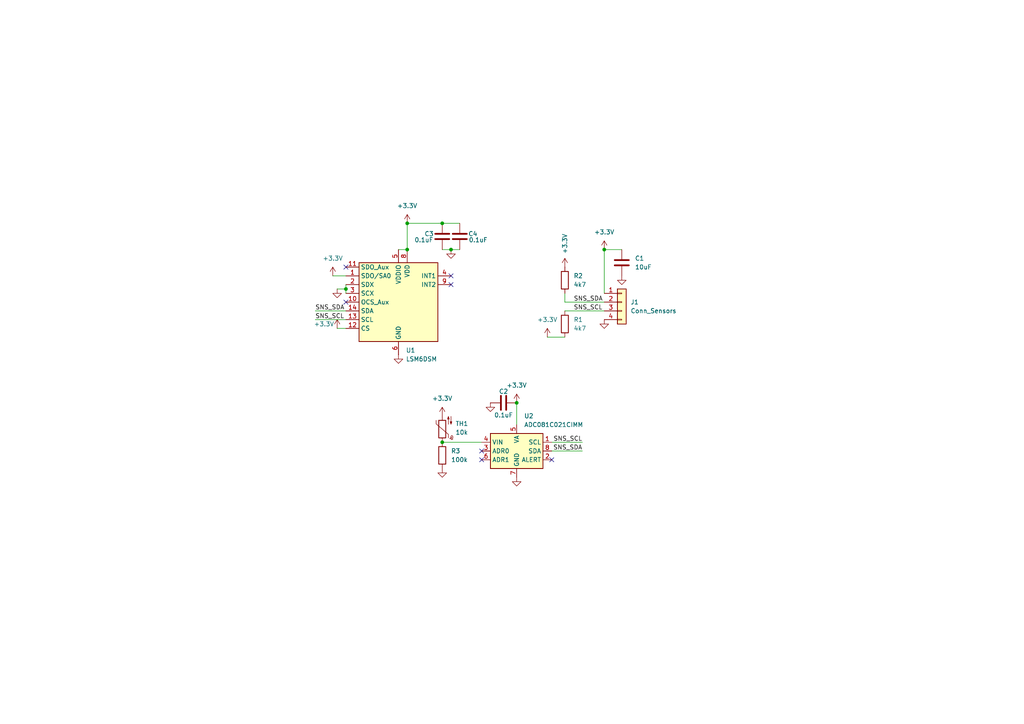
<source format=kicad_sch>
(kicad_sch (version 20250114) (generator "eeschema") (generator_version "9.0")
  (paper "A4")
  (title_block (title "Sensors Board") (date "2025-05-31") (rev "v1.0") (company "Ottawa Skybound") (comment 1 "Designed by Josh Gallinger"))
  (lib_symbols
    (symbol "Analog_ADC:ADC081C021CIMM"
      (property "Reference" "U" (at 3.81 11.43 0))
      (property "Value" "ADC081C021CIMM" (at 10.16 8.89 0))
      (symbol "ADC081C021CIMM_0_1"
        (rectangle (start -7.62 5.08) (end 7.62 -5.08) (stroke (width 0.254)) (fill (type background)))
      )
      (symbol "ADC081C021CIMM_1_1"
        (pin input line (at -10.16 2.54 0) (length 2.54) (name "VIN") (number "4"))
        (pin input line (at -10.16 0 0) (length 2.54) (name "ADR0") (number "3"))
        (pin input line (at -10.16 -2.54 0) (length 2.54) (name "ADR1") (number "6"))
        (pin power_in line (at 0 7.62 270) (length 2.54) (name "VA") (number "5"))
        (pin power_in line (at 0 -7.62 90) (length 2.54) (name "GND") (number "7"))
        (pin input line (at 10.16 2.54 180) (length 2.54) (name "SCL") (number "1"))
        (pin bidirectional line (at 10.16 0 180) (length 2.54) (name "SDA") (number "8"))
        (pin open_collector line (at 10.16 -2.54 180) (length 2.54) (name "ALERT") (number "2"))
      )
    )
    (symbol "Connector_Generic:Conn_01x04" (pin_names (offset 1.016) (hide yes))
      (property "Reference" "J1" (at 2.54 0.0001 0))
      (property "Value" "Conn_Sensors" (at 2.54 -2.5399 0))
      (symbol "Conn_01x04_1_1"
        (rectangle (start -1.27 3.81) (end 1.27 -6.35) (stroke (width 0.254)) (fill (type background)))
        (rectangle (start -1.27 2.667) (end 0 2.413) (stroke (width 0.1524)))
        (rectangle (start -1.27 0.127) (end 0 -0.127) (stroke (width 0.1524)))
        (rectangle (start -1.27 -2.413) (end 0 -2.667) (stroke (width 0.1524)))
        (rectangle (start -1.27 -4.953) (end 0 -5.207) (stroke (width 0.1524)))
        (pin passive line (at -5.08 2.54 0) (length 3.81) (name "VCC") (number "1"))
        (pin passive line (at -5.08 0 0) (length 3.81) (name "SNS_SDA") (number "2"))
        (pin passive line (at -5.08 -2.54 0) (length 3.81) (name "SNS_SCL") (number "3"))
        (pin passive line (at -5.08 -5.08 0) (length 3.81) (name "GND") (number "4"))
      )
    )
    (symbol "Device:C" (pin_numbers (hide yes)) (pin_names (offset 0.254))
      (property "Reference" "C" (at 0.635 2.54 0))
      (property "Value" "C" (at 0.635 -2.54 0))
      (symbol "C_0_1"
        (polyline (pts (xy -2.032 0.762) (xy 2.032 0.762)) (stroke (width 0.508)))
        (polyline (pts (xy -2.032 -0.762) (xy 2.032 -0.762)) (stroke (width 0.508)))
      )
      (symbol "C_1_1"
        (pin passive line (at 0 3.81 270) (length 2.794) (name "~") (number "1"))
        (pin passive line (at 0 -3.81 90) (length 2.794) (name "~") (number "2"))
      )
    )
    (symbol "Device:R" (pin_numbers (hide yes)) (pin_names (offset 0))
      (property "Reference" "R" (at 2.032 0 90))
      (property "Value" "R" (at 0 0 90))
      (symbol "R_0_1"
        (rectangle (start -1.016 -2.54) (end 1.016 2.54) (stroke (width 0.254)))
      )
      (symbol "R_1_1"
        (pin passive line (at 0 3.81 270) (length 1.27) (name "~") (number "1"))
        (pin passive line (at 0 -3.81 90) (length 1.27) (name "~") (number "2"))
      )
    )
    (symbol "Device:Thermistor_NTC" (pin_numbers (hide yes)) (pin_names (offset 0))
      (property "Reference" "TH" (at -4.445 0 90))
      (property "Value" "Thermistor_NTC" (at 3.175 0 90))
      (symbol "Thermistor_NTC_0_1"
        (arc (start -3.175 2.413) (mid -3.0506 2.3165) (end -3.048 2.159))
        (arc (start -3.048 2.794) (mid -2.9736 2.9736) (end -2.794 3.048))
        (arc (start -2.794 3.048) (mid -2.6144 2.9736) (end -2.54 2.794))
        (arc (start -2.794 2.54) (mid -2.9736 2.6144) (end -3.048 2.794))
        (arc (start -2.794 1.905) (mid -2.9736 1.9794) (end -3.048 2.159))
        (arc (start -2.54 2.159) (mid -2.6144 1.9794) (end -2.794 1.905))
        (arc (start -2.159 2.794) (mid -2.434 2.5608) (end -2.794 2.54))
        (polyline (pts (xy -2.54 2.159) (xy -2.54 2.794)))
        (polyline (pts (xy -2.54 -3.683) (xy -2.54 -1.397) (xy -2.794 -2.159) (xy -2.286 -2.159) (xy -2.54 -1.397) (xy -2.54 -1.651)) (fill (type outline)))
        (polyline (pts (xy -1.778 2.54) (xy -1.778 1.524) (xy 1.778 -1.524) (xy 1.778 -2.54)))
        (polyline (pts (xy -1.778 -1.397) (xy -1.778 -3.683) (xy -2.032 -2.921) (xy -1.524 -2.921) (xy -1.778 -3.683) (xy -1.778 -3.429)) (fill (type outline)))
        (rectangle (start -1.016 2.54) (end 1.016 -2.54) (stroke (width 0.254)))
      )
      (symbol "Thermistor_NTC_1_1"
        (pin passive line (at 0 3.81 270) (length 1.27) (name "~") (number "1"))
        (pin passive line (at 0 -3.81 90) (length 1.27) (name "~") (number "2"))
      )
    )
    (symbol "Sensor_Motion:LSM6DSM"
      (property "Reference" "U" (at -11.43 15.24 0))
      (property "Value" "LSM6DSM" (at -11.43 12.7 0))
      (symbol "LSM6DSM_0_1"
        (rectangle (start 11.43 11.43) (end -11.43 -11.43) (stroke (width 0.254)) (fill (type background)))
      )
      (symbol "LSM6DSM_1_1"
        (pin bidirectional line (at -15.24 10.16 0) (length 3.81) (name "SDO_Aux") (number "11"))
        (pin bidirectional line (at -15.24 7.62 0) (length 3.81) (name "SDO/SA0") (number "1"))
        (pin bidirectional line (at -15.24 5.08 0) (length 3.81) (name "SDX") (number "2"))
        (pin input line (at -15.24 2.54 0) (length 3.81) (name "SCX") (number "3"))
        (pin passive line (at -15.24 0 0) (length 3.81) (name "OCS_Aux") (number "10"))
        (pin bidirectional line (at -15.24 -2.54 0) (length 3.81) (name "SDA") (number "14"))
        (pin input line (at -15.24 -5.08 0) (length 3.81) (name "SCL") (number "13"))
        (pin input line (at -15.24 -7.62 0) (length 3.81) (name "CS") (number "12"))
        (pin power_in line (at 0 15.24 270) (length 3.81) (name "VDDIO") (number "5"))
        (pin power_in line (at 0 -15.24 90) (length 3.81) (name "GND") (number "6"))
        (pin passive line (at 0 -15.24 90) (length 3.81) (hide yes) (name "GND") (number "7"))
        (pin power_in line (at 2.54 15.24 270) (length 3.81) (name "VDD") (number "8"))
        (pin output line (at 15.24 7.62 180) (length 3.81) (name "INT1") (number "4"))
        (pin output line (at 15.24 5.08 180) (length 3.81) (name "INT2") (number "9"))
      )
    )
    (symbol "power:+3.3V" (power) (pin_numbers (hide yes)) (pin_names (offset 0) (hide yes))
      (property "Value" "+3.3V" (at 0 3.556 0))
      (symbol "+3.3V_0_1"
        (polyline (pts (xy -0.762 1.27) (xy 0 2.54)))
        (polyline (pts (xy 0 2.54) (xy 0.762 1.27)))
        (polyline (pts (xy 0 0) (xy 0 2.54)))
      )
      (symbol "+3.3V_1_1"
        (pin power_in line (at 0 0 90) (length 0) (name "~") (number "1"))
      )
    )
    (symbol "power:GND" (power) (pin_numbers (hide yes)) (pin_names (offset 0) (hide yes))
      (property "Value" "GND" (at 0 -3.81 0))
      (symbol "GND_0_1"
        (polyline (pts (xy 0 0) (xy 0 -1.27) (xy 1.27 -1.27) (xy 0 -2.54) (xy -1.27 -1.27) (xy 0 -1.27)))
      )
      (symbol "GND_1_1"
        (pin power_in line (at 0 0 270) (length 0) (name "~") (number "1"))
      )
    )
  )
  (junction (at 128.27 64.77))
  (junction (at 118.11 72.39))
  (junction (at 149.86 116.84))
  (junction (at 128.27 128.27))
  (junction (at 130.81 72.39))
  (junction (at 118.11 64.77))
  (junction (at 100.33 83.82))
  (junction (at 175.26 72.39))
  (no_connect (at 139.7 130.81))
  (no_connect (at 130.81 82.55))
  (no_connect (at 130.81 80.01))
  (no_connect (at 100.33 77.47))
  (no_connect (at 100.33 87.63))
  (no_connect (at 139.7 133.35))
  (no_connect (at 160.02 133.35))
  (wire (pts (xy 158.75 97.79) (xy 163.83 97.79)))
  (wire (pts (xy 163.83 90.17) (xy 175.26 90.17)))
  (wire (pts (xy 163.83 85.09) (xy 163.83 87.63)))
  (wire (pts (xy 128.27 72.39) (xy 130.81 72.39)))
  (wire (pts (xy 96.52 80.01) (xy 100.33 80.01)))
  (wire (pts (xy 100.33 82.55) (xy 100.33 83.82)))
  (wire (pts (xy 100.33 83.82) (xy 100.33 85.09)))
  (wire (pts (xy 91.44 90.17) (xy 100.33 90.17)))
  (wire (pts (xy 128.27 128.27) (xy 139.7 128.27)))
  (wire (pts (xy 175.26 72.39) (xy 175.26 85.09)))
  (wire (pts (xy 118.11 64.77) (xy 118.11 72.39)))
  (wire (pts (xy 168.91 128.27) (xy 160.02 128.27)))
  (wire (pts (xy 91.44 92.71) (xy 100.33 92.71)))
  (wire (pts (xy 97.79 95.25) (xy 100.33 95.25)))
  (wire (pts (xy 115.57 72.39) (xy 118.11 72.39)))
  (wire (pts (xy 168.91 130.81) (xy 160.02 130.81)))
  (wire (pts (xy 130.81 72.39) (xy 133.35 72.39)))
  (wire (pts (xy 149.86 116.84) (xy 149.86 123.19)))
  (wire (pts (xy 175.26 72.39) (xy 180.34 72.39)))
  (wire (pts (xy 163.83 87.63) (xy 175.26 87.63)))
  (wire (pts (xy 118.11 64.77) (xy 128.27 64.77)))
  (wire (pts (xy 97.79 83.82) (xy 100.33 83.82)))
  (wire (pts (xy 128.27 64.77) (xy 133.35 64.77)))
  (label "SNS_SCL" (at 166.37 90.17 0))
  (label "SNS_SCL" (at 91.44 92.71 0))
  (label "SNS_SDA" (at 168.91 130.81 180))
  (label "SNS_SDA" (at 91.44 90.17 0))
  (label "SNS_SCL" (at 168.91 128.27 180))
  (label "SNS_SDA" (at 166.37 87.63 0))
  (symbol (lib_id "power:+3.3V") (at 175.26 72.39 0) (unit 1)
    (property "Reference" "#PWR05" (effects (hide yes)))
    (property "Value" "+3.3V" (at 175.26 67.31 0))
    (property "Description" "Power symbol creates a global label with name \"+3.3V\"" (effects (hide yes)))
  )
  (symbol (lib_id "power:+3.3V") (at 118.11 64.77 0) (unit 1)
    (property "Reference" "#PWR08" (effects (hide yes)))
    (property "Value" "+3.3V" (at 118.11 59.69 0))
    (property "Description" "Power symbol creates a global label with name \"+3.3V\"" (effects (hide yes)))
  )
  (symbol (lib_id "power:GND") (at 149.86 138.43 0) (unit 1)
    (property "Reference" "#PWR03" (effects (hide yes)))
    (property "Value" "GND" (effects (hide yes)))
    (property "Description" "Power symbol creates a global label with name \"GND\" , ground" (effects (hide yes)))
  )
  (symbol (lib_id "power:+3.3V") (at 149.86 116.84 0) (unit 1)
    (property "Reference" "#PWR02" (effects (hide yes)))
    (property "Value" "+3.3V" (at 149.86 111.76 0))
    (property "Description" "Power symbol creates a global label with name \"+3.3V\"" (effects (hide yes)))
  )
  (symbol (lib_id "power:+3.3V") (at 96.52 80.01 0) (unit 1)
    (property "Reference" "#PWR012" (effects (hide yes)))
    (property "Value" "+3.3V" (at 96.52 74.93 0))
    (property "Description" "Power symbol creates a global label with name \"+3.3V\"" (effects (hide yes)))
  )
  (symbol (lib_id "power:+3.3V") (at 163.83 77.47 0) (unit 1)
    (property "Reference" "#PWR06" (effects (hide yes)))
    (property "Value" "+3.3V" (at 163.8299 73.66 90) (effects (justify left)))
    (property "Description" "Power symbol creates a global label with name \"+3.3V\"" (effects (hide yes)))
  )
  (symbol (lib_id "power:GND") (at 130.81 72.39 0) (unit 1)
    (property "Reference" "#PWR013" (effects (hide yes)))
    (property "Value" "GND" (effects (hide yes)))
    (property "Description" "Power symbol creates a global label with name \"GND\" , ground" (effects (hide yes)))
  )
  (symbol (lib_id "Sensor_Motion:LSM6DSM") (at 115.57 87.63 0) (unit 1)
    (property "Reference" "U1" (at 117.7133 101.6 0) (effects (justify left)))
    (property "Value" "LSM6DSM" (at 117.7133 104.14 0) (effects (justify left)))
    (property "Footprint" "Package_LGA:LGA-14_3x2.5mm_P0.5mm_LayoutBorder3x4y" (effects (hide yes)))
    (property "Datasheet" "https://www.st.com/resource/en/datasheet/lsm6dsm.pdf" (effects (hide yes)))
    (property "Description" "I2C/SPI, iNEMO inertial module: always-on 3D accelerometer and 3D gyroscope, with auxiliary SPI, 1.71V to 3.6V VCC" (effects (hide yes)))
  )
  (symbol (lib_id "power:GND") (at 128.27 135.89 0) (unit 1)
    (property "Reference" "#PWR011" (effects (hide yes)))
    (property "Value" "GND" (effects (hide yes)))
    (property "Description" "Power symbol creates a global label with name \"GND\" , ground" (effects (hide yes)))
  )
  (symbol (lib_id "power:+3.3V") (at 97.79 95.25 0) (unit 1)
    (property "Reference" "#PWR010" (effects (hide yes)))
    (property "Value" "+3.3V" (at 93.98 93.98 0))
    (property "Description" "Power symbol creates a global label with name \"+3.3V\"" (effects (hide yes)))
  )
  (symbol (lib_id "Device:C") (at 180.34 76.2 0) (unit 1)
    (property "Reference" "C1" (at 184.15 74.9299 0) (effects (justify left)))
    (property "Value" "10uF" (at 184.15 77.4699 0) (effects (justify left)))
    (property "Footprint" "Capacitor_SMD:C_0402_1005Metric" (effects (hide yes)))
    (property "Description" "Unpolarized capacitor" (effects (hide yes)))
  )
  (symbol (lib_id "Connector_Generic:Conn_01x04") (at 180.34 87.63 0) (unit 1)
    (property "Reference" "J1" (at 182.88 87.6299 0) (effects (justify left)))
    (property "Value" "Conn_Sensors" (at 182.88 90.1699 0) (effects (justify left)))
    (property "Footprint" "Connector_JST:JST_EH_B4B-EH-A_1x04_P2.50mm_Vertical" (effects (hide yes)))
    (property "Description" "Generic connector, single row, 01x04, script generated (kicad-library-utils/schlib/autogen/connector/)" (effects (hide yes)))
  )
  (symbol (lib_id "power:GND") (at 97.79 83.82 0) (unit 1)
    (property "Reference" "#PWR015" (effects (hide yes)))
    (property "Value" "GND" (effects (hide yes)))
    (property "Description" "Power symbol creates a global label with name \"GND\" , ground" (effects (hide yes)))
  )
  (symbol (lib_id "power:GND") (at 175.26 92.71 0) (unit 1)
    (property "Reference" "#PWR04" (effects (hide yes)))
    (property "Value" "GND" (effects (hide yes)))
    (property "Description" "Power symbol creates a global label with name \"GND\" , ground" (effects (hide yes)))
  )
  (symbol (lib_id "power:+3.3V") (at 128.27 120.65 0) (unit 1)
    (property "Reference" "#PWR01" (effects (hide yes)))
    (property "Value" "+3.3V" (at 128.27 115.57 0))
    (property "Description" "Power symbol creates a global label with name \"+3.3V\"" (effects (hide yes)))
  )
  (symbol (lib_id "power:GND") (at 115.57 102.87 0) (unit 1)
    (property "Reference" "#PWR09" (effects (hide yes)))
    (property "Value" "GND" (effects (hide yes)))
    (property "Description" "Power symbol creates a global label with name \"GND\" , ground" (effects (hide yes)))
  )
  (symbol (lib_id "Device:C") (at 133.35 68.58 0) (unit 1)
    (property "Reference" "C4" (at 137.16 67.818 0))
    (property "Value" "0.1uF" (at 138.684 69.596 0))
    (property "Footprint" "Capacitor_SMD:C_0402_1005Metric" (effects (hide yes)))
    (property "Description" "Unpolarized capacitor" (effects (hide yes)))
  )
  (symbol (lib_id "power:GND") (at 142.24 116.84 0) (unit 1)
    (property "Reference" "#PWR014" (effects (hide yes)))
    (property "Value" "GND" (effects (hide yes)))
    (property "Description" "Power symbol creates a global label with name \"GND\" , ground" (effects (hide yes)))
  )
  (symbol (lib_id "power:+3.3V") (at 158.75 97.79 0) (unit 1)
    (property "Reference" "#PWR07" (effects (hide yes)))
    (property "Value" "+3.3V" (at 158.75 92.71 0))
    (property "Description" "Power symbol creates a global label with name \"+3.3V\"" (effects (hide yes)))
  )
  (symbol (lib_id "power:GND") (at 180.34 80.01 0) (unit 1)
    (property "Reference" "#PWR016" (effects (hide yes)))
    (property "Value" "GND" (effects (hide yes)))
    (property "Description" "Power symbol creates a global label with name \"GND\" , ground" (effects (hide yes)))
  )
  (symbol (lib_id "Device:R") (at 163.83 93.98 0) (unit 1)
    (property "Reference" "R1" (at 166.37 92.7099 0) (effects (justify left)))
    (property "Value" "4k7" (at 166.37 95.2499 0) (effects (justify left)))
    (property "Footprint" "Resistor_SMD:R_0402_1005Metric" (effects (hide yes)))
    (property "Description" "Resistor" (effects (hide yes)))
  )
  (symbol (lib_id "Device:R") (at 163.83 81.28 180) (unit 1)
    (property "Reference" "R2" (at 166.37 80.0099 0) (effects (justify right)))
    (property "Value" "4k7" (at 166.37 82.5499 0) (effects (justify right)))
    (property "Footprint" "Resistor_SMD:R_0402_1005Metric" (effects (hide yes)))
    (property "Description" "Resistor" (effects (hide yes)))
  )
  (symbol (lib_id "Device:C") (at 146.05 116.84 90) (unit 1)
    (property "Reference" "C2" (at 146.05 113.538 90))
    (property "Value" "0.1uF" (at 146.05 120.396 90))
    (property "Footprint" "Capacitor_SMD:C_0402_1005Metric" (effects (hide yes)))
    (property "Description" "Unpolarized capacitor" (effects (hide yes)))
  )
  (symbol (lib_id "Device:R") (at 128.27 132.08 180) (unit 1)
    (property "Reference" "R3" (at 130.81 130.8099 0) (effects (justify right)))
    (property "Value" "100k" (at 130.81 133.3499 0) (effects (justify right)))
    (property "Footprint" "Resistor_SMD:R_0402_1005Metric" (effects (hide yes)))
    (property "Description" "Resistor" (effects (hide yes)))
  )
  (symbol (lib_id "Device:Thermistor_NTC") (at 128.27 124.46 180) (unit 1)
    (property "Reference" "TH1" (at 132.08 122.8724 0) (effects (justify right)))
    (property "Value" "10k" (at 132.08 125.4124 0) (effects (justify right)))
    (property "Footprint" "Resistor_SMD:R_0402_1005Metric" (effects (hide yes)))
    (property "Description" "Temperature dependent resistor, negative temperature coefficient" (effects (hide yes)))
  )
  (symbol (lib_id "Analog_ADC:ADC081C021CIMM") (at 149.86 130.81 0) (unit 1)
    (property "Reference" "U2" (at 152.0033 120.65 0) (effects (justify left)))
    (property "Value" "ADC081C021CIMM" (at 152.0033 123.19 0) (effects (justify left)))
    (property "Footprint" "Package_SO:MSOP-8_3x3mm_P0.65mm" (effects (hide yes)))
    (property "Datasheet" "http://www.ti.com/lit/ds/symlink/adc081c021.pdf" (effects (hide yes)))
    (property "Description" "I2C-Compatible, 8-Bit Analog-to-Digital Converter with Alert Function, MSOP-8" (effects (hide yes)))
  )
  (symbol (lib_id "Device:C") (at 128.27 68.58 0) (mirror y) (unit 1)
    (property "Reference" "C3" (at 124.46 67.818 0))
    (property "Value" "0.1uF" (at 122.936 69.596 0))
    (property "Footprint" "Capacitor_SMD:C_0402_1005Metric" (effects (hide yes)))
    (property "Description" "Unpolarized capacitor" (effects (hide yes)))
  )
)
</source>
